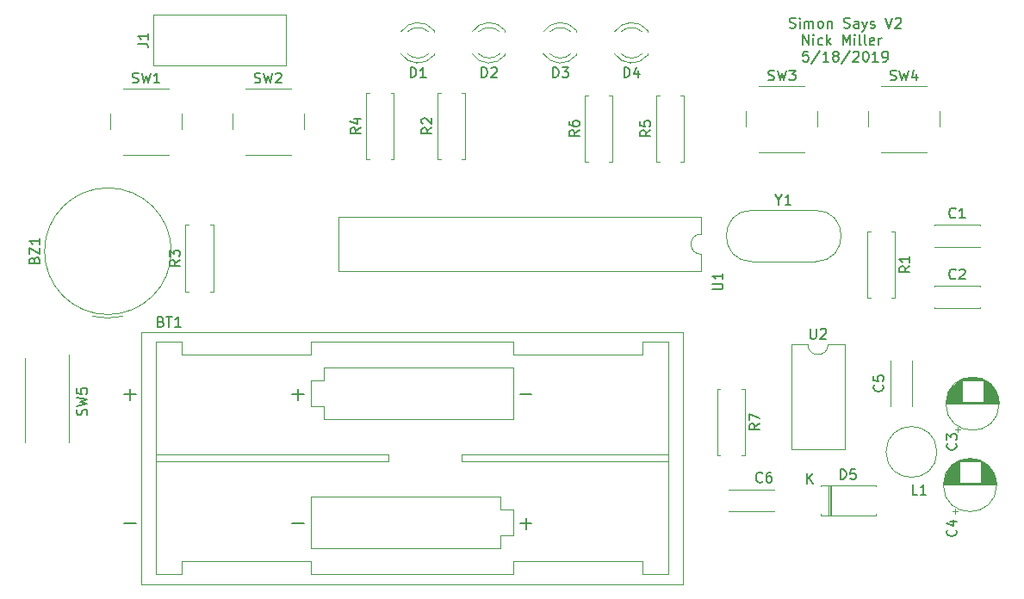
<source format=gto>
G04 #@! TF.GenerationSoftware,KiCad,Pcbnew,(5.1.2)-1*
G04 #@! TF.CreationDate,2019-05-18T22:17:39-04:00*
G04 #@! TF.ProjectId,Simon Says Game,53696d6f-6e20-4536-9179-732047616d65,rev?*
G04 #@! TF.SameCoordinates,Original*
G04 #@! TF.FileFunction,Legend,Top*
G04 #@! TF.FilePolarity,Positive*
%FSLAX46Y46*%
G04 Gerber Fmt 4.6, Leading zero omitted, Abs format (unit mm)*
G04 Created by KiCad (PCBNEW (5.1.2)-1) date 2019-05-18 22:17:39*
%MOMM*%
%LPD*%
G04 APERTURE LIST*
%ADD10C,0.150000*%
%ADD11C,0.120000*%
G04 APERTURE END LIST*
D10*
X156023809Y-52504761D02*
X156166666Y-52552380D01*
X156404761Y-52552380D01*
X156500000Y-52504761D01*
X156547619Y-52457142D01*
X156595238Y-52361904D01*
X156595238Y-52266666D01*
X156547619Y-52171428D01*
X156500000Y-52123809D01*
X156404761Y-52076190D01*
X156214285Y-52028571D01*
X156119047Y-51980952D01*
X156071428Y-51933333D01*
X156023809Y-51838095D01*
X156023809Y-51742857D01*
X156071428Y-51647619D01*
X156119047Y-51600000D01*
X156214285Y-51552380D01*
X156452380Y-51552380D01*
X156595238Y-51600000D01*
X157023809Y-52552380D02*
X157023809Y-51885714D01*
X157023809Y-51552380D02*
X156976190Y-51600000D01*
X157023809Y-51647619D01*
X157071428Y-51600000D01*
X157023809Y-51552380D01*
X157023809Y-51647619D01*
X157500000Y-52552380D02*
X157500000Y-51885714D01*
X157500000Y-51980952D02*
X157547619Y-51933333D01*
X157642857Y-51885714D01*
X157785714Y-51885714D01*
X157880952Y-51933333D01*
X157928571Y-52028571D01*
X157928571Y-52552380D01*
X157928571Y-52028571D02*
X157976190Y-51933333D01*
X158071428Y-51885714D01*
X158214285Y-51885714D01*
X158309523Y-51933333D01*
X158357142Y-52028571D01*
X158357142Y-52552380D01*
X158976190Y-52552380D02*
X158880952Y-52504761D01*
X158833333Y-52457142D01*
X158785714Y-52361904D01*
X158785714Y-52076190D01*
X158833333Y-51980952D01*
X158880952Y-51933333D01*
X158976190Y-51885714D01*
X159119047Y-51885714D01*
X159214285Y-51933333D01*
X159261904Y-51980952D01*
X159309523Y-52076190D01*
X159309523Y-52361904D01*
X159261904Y-52457142D01*
X159214285Y-52504761D01*
X159119047Y-52552380D01*
X158976190Y-52552380D01*
X159738095Y-51885714D02*
X159738095Y-52552380D01*
X159738095Y-51980952D02*
X159785714Y-51933333D01*
X159880952Y-51885714D01*
X160023809Y-51885714D01*
X160119047Y-51933333D01*
X160166666Y-52028571D01*
X160166666Y-52552380D01*
X161357142Y-52504761D02*
X161500000Y-52552380D01*
X161738095Y-52552380D01*
X161833333Y-52504761D01*
X161880952Y-52457142D01*
X161928571Y-52361904D01*
X161928571Y-52266666D01*
X161880952Y-52171428D01*
X161833333Y-52123809D01*
X161738095Y-52076190D01*
X161547619Y-52028571D01*
X161452380Y-51980952D01*
X161404761Y-51933333D01*
X161357142Y-51838095D01*
X161357142Y-51742857D01*
X161404761Y-51647619D01*
X161452380Y-51600000D01*
X161547619Y-51552380D01*
X161785714Y-51552380D01*
X161928571Y-51600000D01*
X162785714Y-52552380D02*
X162785714Y-52028571D01*
X162738095Y-51933333D01*
X162642857Y-51885714D01*
X162452380Y-51885714D01*
X162357142Y-51933333D01*
X162785714Y-52504761D02*
X162690476Y-52552380D01*
X162452380Y-52552380D01*
X162357142Y-52504761D01*
X162309523Y-52409523D01*
X162309523Y-52314285D01*
X162357142Y-52219047D01*
X162452380Y-52171428D01*
X162690476Y-52171428D01*
X162785714Y-52123809D01*
X163166666Y-51885714D02*
X163404761Y-52552380D01*
X163642857Y-51885714D02*
X163404761Y-52552380D01*
X163309523Y-52790476D01*
X163261904Y-52838095D01*
X163166666Y-52885714D01*
X163976190Y-52504761D02*
X164071428Y-52552380D01*
X164261904Y-52552380D01*
X164357142Y-52504761D01*
X164404761Y-52409523D01*
X164404761Y-52361904D01*
X164357142Y-52266666D01*
X164261904Y-52219047D01*
X164119047Y-52219047D01*
X164023809Y-52171428D01*
X163976190Y-52076190D01*
X163976190Y-52028571D01*
X164023809Y-51933333D01*
X164119047Y-51885714D01*
X164261904Y-51885714D01*
X164357142Y-51933333D01*
X165452380Y-51552380D02*
X165785714Y-52552380D01*
X166119047Y-51552380D01*
X166404761Y-51647619D02*
X166452380Y-51600000D01*
X166547619Y-51552380D01*
X166785714Y-51552380D01*
X166880952Y-51600000D01*
X166928571Y-51647619D01*
X166976190Y-51742857D01*
X166976190Y-51838095D01*
X166928571Y-51980952D01*
X166357142Y-52552380D01*
X166976190Y-52552380D01*
X157309523Y-54202380D02*
X157309523Y-53202380D01*
X157880952Y-54202380D01*
X157880952Y-53202380D01*
X158357142Y-54202380D02*
X158357142Y-53535714D01*
X158357142Y-53202380D02*
X158309523Y-53250000D01*
X158357142Y-53297619D01*
X158404761Y-53250000D01*
X158357142Y-53202380D01*
X158357142Y-53297619D01*
X159261904Y-54154761D02*
X159166666Y-54202380D01*
X158976190Y-54202380D01*
X158880952Y-54154761D01*
X158833333Y-54107142D01*
X158785714Y-54011904D01*
X158785714Y-53726190D01*
X158833333Y-53630952D01*
X158880952Y-53583333D01*
X158976190Y-53535714D01*
X159166666Y-53535714D01*
X159261904Y-53583333D01*
X159690476Y-54202380D02*
X159690476Y-53202380D01*
X159785714Y-53821428D02*
X160071428Y-54202380D01*
X160071428Y-53535714D02*
X159690476Y-53916666D01*
X161261904Y-54202380D02*
X161261904Y-53202380D01*
X161595238Y-53916666D01*
X161928571Y-53202380D01*
X161928571Y-54202380D01*
X162404761Y-54202380D02*
X162404761Y-53535714D01*
X162404761Y-53202380D02*
X162357142Y-53250000D01*
X162404761Y-53297619D01*
X162452380Y-53250000D01*
X162404761Y-53202380D01*
X162404761Y-53297619D01*
X163023809Y-54202380D02*
X162928571Y-54154761D01*
X162880952Y-54059523D01*
X162880952Y-53202380D01*
X163547619Y-54202380D02*
X163452380Y-54154761D01*
X163404761Y-54059523D01*
X163404761Y-53202380D01*
X164309523Y-54154761D02*
X164214285Y-54202380D01*
X164023809Y-54202380D01*
X163928571Y-54154761D01*
X163880952Y-54059523D01*
X163880952Y-53678571D01*
X163928571Y-53583333D01*
X164023809Y-53535714D01*
X164214285Y-53535714D01*
X164309523Y-53583333D01*
X164357142Y-53678571D01*
X164357142Y-53773809D01*
X163880952Y-53869047D01*
X164785714Y-54202380D02*
X164785714Y-53535714D01*
X164785714Y-53726190D02*
X164833333Y-53630952D01*
X164880952Y-53583333D01*
X164976190Y-53535714D01*
X165071428Y-53535714D01*
X157833333Y-54852380D02*
X157357142Y-54852380D01*
X157309523Y-55328571D01*
X157357142Y-55280952D01*
X157452380Y-55233333D01*
X157690476Y-55233333D01*
X157785714Y-55280952D01*
X157833333Y-55328571D01*
X157880952Y-55423809D01*
X157880952Y-55661904D01*
X157833333Y-55757142D01*
X157785714Y-55804761D01*
X157690476Y-55852380D01*
X157452380Y-55852380D01*
X157357142Y-55804761D01*
X157309523Y-55757142D01*
X159023809Y-54804761D02*
X158166666Y-56090476D01*
X159880952Y-55852380D02*
X159309523Y-55852380D01*
X159595238Y-55852380D02*
X159595238Y-54852380D01*
X159500000Y-54995238D01*
X159404761Y-55090476D01*
X159309523Y-55138095D01*
X160452380Y-55280952D02*
X160357142Y-55233333D01*
X160309523Y-55185714D01*
X160261904Y-55090476D01*
X160261904Y-55042857D01*
X160309523Y-54947619D01*
X160357142Y-54900000D01*
X160452380Y-54852380D01*
X160642857Y-54852380D01*
X160738095Y-54900000D01*
X160785714Y-54947619D01*
X160833333Y-55042857D01*
X160833333Y-55090476D01*
X160785714Y-55185714D01*
X160738095Y-55233333D01*
X160642857Y-55280952D01*
X160452380Y-55280952D01*
X160357142Y-55328571D01*
X160309523Y-55376190D01*
X160261904Y-55471428D01*
X160261904Y-55661904D01*
X160309523Y-55757142D01*
X160357142Y-55804761D01*
X160452380Y-55852380D01*
X160642857Y-55852380D01*
X160738095Y-55804761D01*
X160785714Y-55757142D01*
X160833333Y-55661904D01*
X160833333Y-55471428D01*
X160785714Y-55376190D01*
X160738095Y-55328571D01*
X160642857Y-55280952D01*
X161976190Y-54804761D02*
X161119047Y-56090476D01*
X162261904Y-54947619D02*
X162309523Y-54900000D01*
X162404761Y-54852380D01*
X162642857Y-54852380D01*
X162738095Y-54900000D01*
X162785714Y-54947619D01*
X162833333Y-55042857D01*
X162833333Y-55138095D01*
X162785714Y-55280952D01*
X162214285Y-55852380D01*
X162833333Y-55852380D01*
X163452380Y-54852380D02*
X163547619Y-54852380D01*
X163642857Y-54900000D01*
X163690476Y-54947619D01*
X163738095Y-55042857D01*
X163785714Y-55233333D01*
X163785714Y-55471428D01*
X163738095Y-55661904D01*
X163690476Y-55757142D01*
X163642857Y-55804761D01*
X163547619Y-55852380D01*
X163452380Y-55852380D01*
X163357142Y-55804761D01*
X163309523Y-55757142D01*
X163261904Y-55661904D01*
X163214285Y-55471428D01*
X163214285Y-55233333D01*
X163261904Y-55042857D01*
X163309523Y-54947619D01*
X163357142Y-54900000D01*
X163452380Y-54852380D01*
X164738095Y-55852380D02*
X164166666Y-55852380D01*
X164452380Y-55852380D02*
X164452380Y-54852380D01*
X164357142Y-54995238D01*
X164261904Y-55090476D01*
X164166666Y-55138095D01*
X165214285Y-55852380D02*
X165404761Y-55852380D01*
X165500000Y-55804761D01*
X165547619Y-55757142D01*
X165642857Y-55614285D01*
X165690476Y-55423809D01*
X165690476Y-55042857D01*
X165642857Y-54947619D01*
X165595238Y-54900000D01*
X165500000Y-54852380D01*
X165309523Y-54852380D01*
X165214285Y-54900000D01*
X165166666Y-54947619D01*
X165119047Y-55042857D01*
X165119047Y-55280952D01*
X165166666Y-55376190D01*
X165214285Y-55423809D01*
X165309523Y-55471428D01*
X165500000Y-55471428D01*
X165595238Y-55423809D01*
X165642857Y-55376190D01*
X165690476Y-55280952D01*
D11*
X106500000Y-56250000D02*
X93500000Y-56250000D01*
X106500000Y-51250000D02*
X106500000Y-56250000D01*
X93500000Y-51250000D02*
X106500000Y-51250000D01*
X93500000Y-56250000D02*
X93500000Y-51250000D01*
X141530000Y-106280000D02*
X141530000Y-105010000D01*
X144070000Y-106280000D02*
X141530000Y-106280000D01*
X144070000Y-83420000D02*
X144070000Y-106280000D01*
X141530000Y-83420000D02*
X141530000Y-84690000D01*
X144070000Y-83420000D02*
X141530000Y-83420000D01*
X96270000Y-105010000D02*
X108970000Y-105010000D01*
X96270000Y-106280000D02*
X96270000Y-105010000D01*
X93730000Y-106280000D02*
X96270000Y-106280000D01*
X93730000Y-83420000D02*
X93730000Y-106280000D01*
X96270000Y-83420000D02*
X93730000Y-83420000D01*
X96270000Y-84690000D02*
X96270000Y-83420000D01*
X96270000Y-84690000D02*
X108970000Y-84690000D01*
X141530000Y-105010000D02*
X128830000Y-105010000D01*
X108970000Y-83420000D02*
X108970000Y-84690000D01*
X128830000Y-83420000D02*
X108970000Y-83420000D01*
X128830000Y-84690000D02*
X128830000Y-83420000D01*
X141530000Y-84690000D02*
X128830000Y-84690000D01*
X128830000Y-106280000D02*
X128830000Y-105010000D01*
X108970000Y-106280000D02*
X128830000Y-106280000D01*
X108970000Y-105010000D02*
X108970000Y-106280000D01*
X123750000Y-95200000D02*
X144070000Y-95200000D01*
X123750000Y-94500000D02*
X123750000Y-95200000D01*
X144070000Y-94500000D02*
X123750000Y-94500000D01*
X116590000Y-95200000D02*
X93730000Y-95200000D01*
X116590000Y-94500000D02*
X116590000Y-95200000D01*
X93730000Y-94500000D02*
X116590000Y-94500000D01*
X128830000Y-85960000D02*
X128830000Y-91040000D01*
X110240000Y-85960000D02*
X128830000Y-85960000D01*
X110240000Y-87230000D02*
X110240000Y-85960000D01*
X108970000Y-87230000D02*
X110240000Y-87230000D01*
X108970000Y-89770000D02*
X108970000Y-87230000D01*
X110240000Y-89770000D02*
X108970000Y-89770000D01*
X110240000Y-91040000D02*
X110240000Y-89770000D01*
X128830000Y-91040000D02*
X110240000Y-91040000D01*
X127560000Y-103740000D02*
X108970000Y-103740000D01*
X127560000Y-102470000D02*
X127560000Y-103740000D01*
X128830000Y-102470000D02*
X127560000Y-102470000D01*
X128830000Y-99930000D02*
X128830000Y-102470000D01*
X127560000Y-99930000D02*
X128830000Y-99930000D01*
X127560000Y-98660000D02*
X127560000Y-99930000D01*
X108970000Y-98660000D02*
X127560000Y-98660000D01*
X108970000Y-103740000D02*
X108970000Y-98660000D01*
X145500000Y-82445000D02*
X92300000Y-82445000D01*
X92300000Y-82450000D02*
X92300000Y-107250000D01*
X92300000Y-107255000D02*
X145500000Y-107255000D01*
X145500000Y-107250000D02*
X145500000Y-82450000D01*
X170500000Y-94250000D02*
G75*
G03X170500000Y-94250000I-2500000J0D01*
G01*
X80850000Y-93300000D02*
X80850000Y-85000000D01*
X85150000Y-93300000D02*
X85150000Y-84700000D01*
X158565000Y-75525000D02*
G75*
G03X158565000Y-70475000I0J2525000D01*
G01*
X152315000Y-75525000D02*
G75*
G02X152315000Y-70475000I0J2525000D01*
G01*
X152315000Y-75525000D02*
X158565000Y-75525000D01*
X152315000Y-70475000D02*
X158565000Y-70475000D01*
X161460000Y-83670000D02*
X159810000Y-83670000D01*
X161460000Y-93950000D02*
X161460000Y-83670000D01*
X156160000Y-93950000D02*
X161460000Y-93950000D01*
X156160000Y-83670000D02*
X156160000Y-93950000D01*
X157810000Y-83670000D02*
X156160000Y-83670000D01*
X159810000Y-83670000D02*
G75*
G02X157810000Y-83670000I-1000000J0D01*
G01*
X147330000Y-76460000D02*
X147330000Y-74810000D01*
X111650000Y-76460000D02*
X147330000Y-76460000D01*
X111650000Y-71160000D02*
X111650000Y-76460000D01*
X147330000Y-71160000D02*
X111650000Y-71160000D01*
X147330000Y-72810000D02*
X147330000Y-71160000D01*
X147330000Y-74810000D02*
G75*
G02X147330000Y-72810000I0J1000000D01*
G01*
X170750000Y-62250000D02*
X170750000Y-60750000D01*
X169500000Y-58250000D02*
X165000000Y-58250000D01*
X163750000Y-60750000D02*
X163750000Y-62250000D01*
X165000000Y-64750000D02*
X169500000Y-64750000D01*
X158750000Y-62250000D02*
X158750000Y-60750000D01*
X157500000Y-58250000D02*
X153000000Y-58250000D01*
X151750000Y-60750000D02*
X151750000Y-62250000D01*
X153000000Y-64750000D02*
X157500000Y-64750000D01*
X102500000Y-65000000D02*
X107000000Y-65000000D01*
X101250000Y-61000000D02*
X101250000Y-62500000D01*
X107000000Y-58500000D02*
X102500000Y-58500000D01*
X108250000Y-62500000D02*
X108250000Y-61000000D01*
X90500000Y-65000000D02*
X95000000Y-65000000D01*
X89250000Y-61000000D02*
X89250000Y-62500000D01*
X95000000Y-58500000D02*
X90500000Y-58500000D01*
X96250000Y-62500000D02*
X96250000Y-61000000D01*
X148880000Y-94580000D02*
X149210000Y-94580000D01*
X148880000Y-88040000D02*
X148880000Y-94580000D01*
X149210000Y-88040000D02*
X148880000Y-88040000D01*
X151620000Y-94580000D02*
X151290000Y-94580000D01*
X151620000Y-88040000D02*
X151620000Y-94580000D01*
X151290000Y-88040000D02*
X151620000Y-88040000D01*
X136210000Y-65710000D02*
X135880000Y-65710000D01*
X135880000Y-65710000D02*
X135880000Y-59170000D01*
X135880000Y-59170000D02*
X136210000Y-59170000D01*
X138290000Y-65710000D02*
X138620000Y-65710000D01*
X138620000Y-65710000D02*
X138620000Y-59170000D01*
X138620000Y-59170000D02*
X138290000Y-59170000D01*
X145620000Y-59170000D02*
X145290000Y-59170000D01*
X145620000Y-65710000D02*
X145620000Y-59170000D01*
X145290000Y-65710000D02*
X145620000Y-65710000D01*
X142880000Y-59170000D02*
X143210000Y-59170000D01*
X142880000Y-65710000D02*
X142880000Y-59170000D01*
X143210000Y-65710000D02*
X142880000Y-65710000D01*
X114710000Y-65460000D02*
X114380000Y-65460000D01*
X114380000Y-65460000D02*
X114380000Y-58920000D01*
X114380000Y-58920000D02*
X114710000Y-58920000D01*
X116790000Y-65460000D02*
X117120000Y-65460000D01*
X117120000Y-65460000D02*
X117120000Y-58920000D01*
X117120000Y-58920000D02*
X116790000Y-58920000D01*
X99370000Y-71920000D02*
X99040000Y-71920000D01*
X99370000Y-78460000D02*
X99370000Y-71920000D01*
X99040000Y-78460000D02*
X99370000Y-78460000D01*
X96630000Y-71920000D02*
X96960000Y-71920000D01*
X96630000Y-78460000D02*
X96630000Y-71920000D01*
X96960000Y-78460000D02*
X96630000Y-78460000D01*
X121710000Y-65460000D02*
X121380000Y-65460000D01*
X121380000Y-65460000D02*
X121380000Y-58920000D01*
X121380000Y-58920000D02*
X121710000Y-58920000D01*
X123790000Y-65460000D02*
X124120000Y-65460000D01*
X124120000Y-65460000D02*
X124120000Y-58920000D01*
X124120000Y-58920000D02*
X123790000Y-58920000D01*
X163630000Y-79080000D02*
X163960000Y-79080000D01*
X163630000Y-72540000D02*
X163630000Y-79080000D01*
X163960000Y-72540000D02*
X163630000Y-72540000D01*
X166370000Y-79080000D02*
X166040000Y-79080000D01*
X166370000Y-72540000D02*
X166370000Y-79080000D01*
X166040000Y-72540000D02*
X166370000Y-72540000D01*
X159870000Y-97530000D02*
X159870000Y-100470000D01*
X160110000Y-97530000D02*
X160110000Y-100470000D01*
X159990000Y-97530000D02*
X159990000Y-100470000D01*
X164530000Y-100470000D02*
X164530000Y-100340000D01*
X159090000Y-100470000D02*
X164530000Y-100470000D01*
X159090000Y-100340000D02*
X159090000Y-100470000D01*
X164530000Y-97530000D02*
X164530000Y-97660000D01*
X159090000Y-97530000D02*
X164530000Y-97530000D01*
X159090000Y-97660000D02*
X159090000Y-97530000D01*
X142040000Y-52920000D02*
X142040000Y-52764000D01*
X142040000Y-55236000D02*
X142040000Y-55080000D01*
X139438870Y-52920163D02*
G75*
G02X141520961Y-52920000I1041130J-1079837D01*
G01*
X139438870Y-55079837D02*
G75*
G03X141520961Y-55080000I1041130J1079837D01*
G01*
X138807665Y-52921392D02*
G75*
G02X142040000Y-52764484I1672335J-1078608D01*
G01*
X138807665Y-55078608D02*
G75*
G03X142040000Y-55235516I1672335J1078608D01*
G01*
X135040000Y-52920000D02*
X135040000Y-52764000D01*
X135040000Y-55236000D02*
X135040000Y-55080000D01*
X132438870Y-52920163D02*
G75*
G02X134520961Y-52920000I1041130J-1079837D01*
G01*
X132438870Y-55079837D02*
G75*
G03X134520961Y-55080000I1041130J1079837D01*
G01*
X131807665Y-52921392D02*
G75*
G02X135040000Y-52764484I1672335J-1078608D01*
G01*
X131807665Y-55078608D02*
G75*
G03X135040000Y-55235516I1672335J1078608D01*
G01*
X128040000Y-52920000D02*
X128040000Y-52764000D01*
X128040000Y-55236000D02*
X128040000Y-55080000D01*
X125438870Y-52920163D02*
G75*
G02X127520961Y-52920000I1041130J-1079837D01*
G01*
X125438870Y-55079837D02*
G75*
G03X127520961Y-55080000I1041130J1079837D01*
G01*
X124807665Y-52921392D02*
G75*
G02X128040000Y-52764484I1672335J-1078608D01*
G01*
X124807665Y-55078608D02*
G75*
G03X128040000Y-55235516I1672335J1078608D01*
G01*
X121040000Y-52920000D02*
X121040000Y-52764000D01*
X121040000Y-55236000D02*
X121040000Y-55080000D01*
X118438870Y-52920163D02*
G75*
G02X120520961Y-52920000I1041130J-1079837D01*
G01*
X118438870Y-55079837D02*
G75*
G03X120520961Y-55080000I1041130J1079837D01*
G01*
X117807665Y-52921392D02*
G75*
G02X121040000Y-52764484I1672335J-1078608D01*
G01*
X117807665Y-55078608D02*
G75*
G03X121040000Y-55235516I1672335J1078608D01*
G01*
X154520000Y-100055000D02*
X154520000Y-100070000D01*
X154520000Y-97930000D02*
X154520000Y-97945000D01*
X149980000Y-100055000D02*
X149980000Y-100070000D01*
X149980000Y-97930000D02*
X149980000Y-97945000D01*
X149980000Y-100070000D02*
X154520000Y-100070000D01*
X149980000Y-97930000D02*
X154520000Y-97930000D01*
X168055000Y-85230000D02*
X168070000Y-85230000D01*
X165930000Y-85230000D02*
X165945000Y-85230000D01*
X168055000Y-89770000D02*
X168070000Y-89770000D01*
X165930000Y-89770000D02*
X165945000Y-89770000D01*
X168070000Y-89770000D02*
X168070000Y-85230000D01*
X165930000Y-89770000D02*
X165930000Y-85230000D01*
X172025000Y-100054775D02*
X172525000Y-100054775D01*
X172275000Y-100304775D02*
X172275000Y-99804775D01*
X173466000Y-94899000D02*
X174034000Y-94899000D01*
X173232000Y-94939000D02*
X174268000Y-94939000D01*
X173073000Y-94979000D02*
X174427000Y-94979000D01*
X172945000Y-95019000D02*
X174555000Y-95019000D01*
X172835000Y-95059000D02*
X174665000Y-95059000D01*
X172739000Y-95099000D02*
X174761000Y-95099000D01*
X172652000Y-95139000D02*
X174848000Y-95139000D01*
X172572000Y-95179000D02*
X174928000Y-95179000D01*
X174790000Y-95219000D02*
X175001000Y-95219000D01*
X172499000Y-95219000D02*
X172710000Y-95219000D01*
X174790000Y-95259000D02*
X175069000Y-95259000D01*
X172431000Y-95259000D02*
X172710000Y-95259000D01*
X174790000Y-95299000D02*
X175133000Y-95299000D01*
X172367000Y-95299000D02*
X172710000Y-95299000D01*
X174790000Y-95339000D02*
X175193000Y-95339000D01*
X172307000Y-95339000D02*
X172710000Y-95339000D01*
X174790000Y-95379000D02*
X175250000Y-95379000D01*
X172250000Y-95379000D02*
X172710000Y-95379000D01*
X174790000Y-95419000D02*
X175304000Y-95419000D01*
X172196000Y-95419000D02*
X172710000Y-95419000D01*
X174790000Y-95459000D02*
X175355000Y-95459000D01*
X172145000Y-95459000D02*
X172710000Y-95459000D01*
X174790000Y-95499000D02*
X175403000Y-95499000D01*
X172097000Y-95499000D02*
X172710000Y-95499000D01*
X174790000Y-95539000D02*
X175449000Y-95539000D01*
X172051000Y-95539000D02*
X172710000Y-95539000D01*
X174790000Y-95579000D02*
X175493000Y-95579000D01*
X172007000Y-95579000D02*
X172710000Y-95579000D01*
X174790000Y-95619000D02*
X175535000Y-95619000D01*
X171965000Y-95619000D02*
X172710000Y-95619000D01*
X174790000Y-95659000D02*
X175576000Y-95659000D01*
X171924000Y-95659000D02*
X172710000Y-95659000D01*
X174790000Y-95699000D02*
X175614000Y-95699000D01*
X171886000Y-95699000D02*
X172710000Y-95699000D01*
X174790000Y-95739000D02*
X175651000Y-95739000D01*
X171849000Y-95739000D02*
X172710000Y-95739000D01*
X174790000Y-95779000D02*
X175687000Y-95779000D01*
X171813000Y-95779000D02*
X172710000Y-95779000D01*
X174790000Y-95819000D02*
X175721000Y-95819000D01*
X171779000Y-95819000D02*
X172710000Y-95819000D01*
X174790000Y-95859000D02*
X175754000Y-95859000D01*
X171746000Y-95859000D02*
X172710000Y-95859000D01*
X174790000Y-95899000D02*
X175785000Y-95899000D01*
X171715000Y-95899000D02*
X172710000Y-95899000D01*
X174790000Y-95939000D02*
X175815000Y-95939000D01*
X171685000Y-95939000D02*
X172710000Y-95939000D01*
X174790000Y-95979000D02*
X175845000Y-95979000D01*
X171655000Y-95979000D02*
X172710000Y-95979000D01*
X174790000Y-96019000D02*
X175872000Y-96019000D01*
X171628000Y-96019000D02*
X172710000Y-96019000D01*
X174790000Y-96059000D02*
X175899000Y-96059000D01*
X171601000Y-96059000D02*
X172710000Y-96059000D01*
X174790000Y-96099000D02*
X175925000Y-96099000D01*
X171575000Y-96099000D02*
X172710000Y-96099000D01*
X174790000Y-96139000D02*
X175950000Y-96139000D01*
X171550000Y-96139000D02*
X172710000Y-96139000D01*
X174790000Y-96179000D02*
X175974000Y-96179000D01*
X171526000Y-96179000D02*
X172710000Y-96179000D01*
X174790000Y-96219000D02*
X175997000Y-96219000D01*
X171503000Y-96219000D02*
X172710000Y-96219000D01*
X174790000Y-96259000D02*
X176018000Y-96259000D01*
X171482000Y-96259000D02*
X172710000Y-96259000D01*
X174790000Y-96299000D02*
X176040000Y-96299000D01*
X171460000Y-96299000D02*
X172710000Y-96299000D01*
X174790000Y-96339000D02*
X176060000Y-96339000D01*
X171440000Y-96339000D02*
X172710000Y-96339000D01*
X174790000Y-96379000D02*
X176079000Y-96379000D01*
X171421000Y-96379000D02*
X172710000Y-96379000D01*
X174790000Y-96419000D02*
X176098000Y-96419000D01*
X171402000Y-96419000D02*
X172710000Y-96419000D01*
X174790000Y-96459000D02*
X176115000Y-96459000D01*
X171385000Y-96459000D02*
X172710000Y-96459000D01*
X174790000Y-96499000D02*
X176132000Y-96499000D01*
X171368000Y-96499000D02*
X172710000Y-96499000D01*
X174790000Y-96539000D02*
X176148000Y-96539000D01*
X171352000Y-96539000D02*
X172710000Y-96539000D01*
X174790000Y-96579000D02*
X176164000Y-96579000D01*
X171336000Y-96579000D02*
X172710000Y-96579000D01*
X174790000Y-96619000D02*
X176178000Y-96619000D01*
X171322000Y-96619000D02*
X172710000Y-96619000D01*
X174790000Y-96659000D02*
X176192000Y-96659000D01*
X171308000Y-96659000D02*
X172710000Y-96659000D01*
X174790000Y-96699000D02*
X176205000Y-96699000D01*
X171295000Y-96699000D02*
X172710000Y-96699000D01*
X174790000Y-96739000D02*
X176218000Y-96739000D01*
X171282000Y-96739000D02*
X172710000Y-96739000D01*
X174790000Y-96779000D02*
X176230000Y-96779000D01*
X171270000Y-96779000D02*
X172710000Y-96779000D01*
X174790000Y-96820000D02*
X176241000Y-96820000D01*
X171259000Y-96820000D02*
X172710000Y-96820000D01*
X174790000Y-96860000D02*
X176251000Y-96860000D01*
X171249000Y-96860000D02*
X172710000Y-96860000D01*
X174790000Y-96900000D02*
X176261000Y-96900000D01*
X171239000Y-96900000D02*
X172710000Y-96900000D01*
X174790000Y-96940000D02*
X176270000Y-96940000D01*
X171230000Y-96940000D02*
X172710000Y-96940000D01*
X174790000Y-96980000D02*
X176278000Y-96980000D01*
X171222000Y-96980000D02*
X172710000Y-96980000D01*
X174790000Y-97020000D02*
X176286000Y-97020000D01*
X171214000Y-97020000D02*
X172710000Y-97020000D01*
X174790000Y-97060000D02*
X176293000Y-97060000D01*
X171207000Y-97060000D02*
X172710000Y-97060000D01*
X174790000Y-97100000D02*
X176300000Y-97100000D01*
X171200000Y-97100000D02*
X172710000Y-97100000D01*
X174790000Y-97140000D02*
X176306000Y-97140000D01*
X171194000Y-97140000D02*
X172710000Y-97140000D01*
X174790000Y-97180000D02*
X176311000Y-97180000D01*
X171189000Y-97180000D02*
X172710000Y-97180000D01*
X174790000Y-97220000D02*
X176315000Y-97220000D01*
X171185000Y-97220000D02*
X172710000Y-97220000D01*
X174790000Y-97260000D02*
X176319000Y-97260000D01*
X171181000Y-97260000D02*
X172710000Y-97260000D01*
X171177000Y-97300000D02*
X176323000Y-97300000D01*
X171174000Y-97340000D02*
X176326000Y-97340000D01*
X171172000Y-97380000D02*
X176328000Y-97380000D01*
X171171000Y-97420000D02*
X176329000Y-97420000D01*
X171170000Y-97460000D02*
X176330000Y-97460000D01*
X171170000Y-97500000D02*
X176330000Y-97500000D01*
X176370000Y-97500000D02*
G75*
G03X176370000Y-97500000I-2620000J0D01*
G01*
X172275000Y-92054775D02*
X172775000Y-92054775D01*
X172525000Y-92304775D02*
X172525000Y-91804775D01*
X173716000Y-86899000D02*
X174284000Y-86899000D01*
X173482000Y-86939000D02*
X174518000Y-86939000D01*
X173323000Y-86979000D02*
X174677000Y-86979000D01*
X173195000Y-87019000D02*
X174805000Y-87019000D01*
X173085000Y-87059000D02*
X174915000Y-87059000D01*
X172989000Y-87099000D02*
X175011000Y-87099000D01*
X172902000Y-87139000D02*
X175098000Y-87139000D01*
X172822000Y-87179000D02*
X175178000Y-87179000D01*
X175040000Y-87219000D02*
X175251000Y-87219000D01*
X172749000Y-87219000D02*
X172960000Y-87219000D01*
X175040000Y-87259000D02*
X175319000Y-87259000D01*
X172681000Y-87259000D02*
X172960000Y-87259000D01*
X175040000Y-87299000D02*
X175383000Y-87299000D01*
X172617000Y-87299000D02*
X172960000Y-87299000D01*
X175040000Y-87339000D02*
X175443000Y-87339000D01*
X172557000Y-87339000D02*
X172960000Y-87339000D01*
X175040000Y-87379000D02*
X175500000Y-87379000D01*
X172500000Y-87379000D02*
X172960000Y-87379000D01*
X175040000Y-87419000D02*
X175554000Y-87419000D01*
X172446000Y-87419000D02*
X172960000Y-87419000D01*
X175040000Y-87459000D02*
X175605000Y-87459000D01*
X172395000Y-87459000D02*
X172960000Y-87459000D01*
X175040000Y-87499000D02*
X175653000Y-87499000D01*
X172347000Y-87499000D02*
X172960000Y-87499000D01*
X175040000Y-87539000D02*
X175699000Y-87539000D01*
X172301000Y-87539000D02*
X172960000Y-87539000D01*
X175040000Y-87579000D02*
X175743000Y-87579000D01*
X172257000Y-87579000D02*
X172960000Y-87579000D01*
X175040000Y-87619000D02*
X175785000Y-87619000D01*
X172215000Y-87619000D02*
X172960000Y-87619000D01*
X175040000Y-87659000D02*
X175826000Y-87659000D01*
X172174000Y-87659000D02*
X172960000Y-87659000D01*
X175040000Y-87699000D02*
X175864000Y-87699000D01*
X172136000Y-87699000D02*
X172960000Y-87699000D01*
X175040000Y-87739000D02*
X175901000Y-87739000D01*
X172099000Y-87739000D02*
X172960000Y-87739000D01*
X175040000Y-87779000D02*
X175937000Y-87779000D01*
X172063000Y-87779000D02*
X172960000Y-87779000D01*
X175040000Y-87819000D02*
X175971000Y-87819000D01*
X172029000Y-87819000D02*
X172960000Y-87819000D01*
X175040000Y-87859000D02*
X176004000Y-87859000D01*
X171996000Y-87859000D02*
X172960000Y-87859000D01*
X175040000Y-87899000D02*
X176035000Y-87899000D01*
X171965000Y-87899000D02*
X172960000Y-87899000D01*
X175040000Y-87939000D02*
X176065000Y-87939000D01*
X171935000Y-87939000D02*
X172960000Y-87939000D01*
X175040000Y-87979000D02*
X176095000Y-87979000D01*
X171905000Y-87979000D02*
X172960000Y-87979000D01*
X175040000Y-88019000D02*
X176122000Y-88019000D01*
X171878000Y-88019000D02*
X172960000Y-88019000D01*
X175040000Y-88059000D02*
X176149000Y-88059000D01*
X171851000Y-88059000D02*
X172960000Y-88059000D01*
X175040000Y-88099000D02*
X176175000Y-88099000D01*
X171825000Y-88099000D02*
X172960000Y-88099000D01*
X175040000Y-88139000D02*
X176200000Y-88139000D01*
X171800000Y-88139000D02*
X172960000Y-88139000D01*
X175040000Y-88179000D02*
X176224000Y-88179000D01*
X171776000Y-88179000D02*
X172960000Y-88179000D01*
X175040000Y-88219000D02*
X176247000Y-88219000D01*
X171753000Y-88219000D02*
X172960000Y-88219000D01*
X175040000Y-88259000D02*
X176268000Y-88259000D01*
X171732000Y-88259000D02*
X172960000Y-88259000D01*
X175040000Y-88299000D02*
X176290000Y-88299000D01*
X171710000Y-88299000D02*
X172960000Y-88299000D01*
X175040000Y-88339000D02*
X176310000Y-88339000D01*
X171690000Y-88339000D02*
X172960000Y-88339000D01*
X175040000Y-88379000D02*
X176329000Y-88379000D01*
X171671000Y-88379000D02*
X172960000Y-88379000D01*
X175040000Y-88419000D02*
X176348000Y-88419000D01*
X171652000Y-88419000D02*
X172960000Y-88419000D01*
X175040000Y-88459000D02*
X176365000Y-88459000D01*
X171635000Y-88459000D02*
X172960000Y-88459000D01*
X175040000Y-88499000D02*
X176382000Y-88499000D01*
X171618000Y-88499000D02*
X172960000Y-88499000D01*
X175040000Y-88539000D02*
X176398000Y-88539000D01*
X171602000Y-88539000D02*
X172960000Y-88539000D01*
X175040000Y-88579000D02*
X176414000Y-88579000D01*
X171586000Y-88579000D02*
X172960000Y-88579000D01*
X175040000Y-88619000D02*
X176428000Y-88619000D01*
X171572000Y-88619000D02*
X172960000Y-88619000D01*
X175040000Y-88659000D02*
X176442000Y-88659000D01*
X171558000Y-88659000D02*
X172960000Y-88659000D01*
X175040000Y-88699000D02*
X176455000Y-88699000D01*
X171545000Y-88699000D02*
X172960000Y-88699000D01*
X175040000Y-88739000D02*
X176468000Y-88739000D01*
X171532000Y-88739000D02*
X172960000Y-88739000D01*
X175040000Y-88779000D02*
X176480000Y-88779000D01*
X171520000Y-88779000D02*
X172960000Y-88779000D01*
X175040000Y-88820000D02*
X176491000Y-88820000D01*
X171509000Y-88820000D02*
X172960000Y-88820000D01*
X175040000Y-88860000D02*
X176501000Y-88860000D01*
X171499000Y-88860000D02*
X172960000Y-88860000D01*
X175040000Y-88900000D02*
X176511000Y-88900000D01*
X171489000Y-88900000D02*
X172960000Y-88900000D01*
X175040000Y-88940000D02*
X176520000Y-88940000D01*
X171480000Y-88940000D02*
X172960000Y-88940000D01*
X175040000Y-88980000D02*
X176528000Y-88980000D01*
X171472000Y-88980000D02*
X172960000Y-88980000D01*
X175040000Y-89020000D02*
X176536000Y-89020000D01*
X171464000Y-89020000D02*
X172960000Y-89020000D01*
X175040000Y-89060000D02*
X176543000Y-89060000D01*
X171457000Y-89060000D02*
X172960000Y-89060000D01*
X175040000Y-89100000D02*
X176550000Y-89100000D01*
X171450000Y-89100000D02*
X172960000Y-89100000D01*
X175040000Y-89140000D02*
X176556000Y-89140000D01*
X171444000Y-89140000D02*
X172960000Y-89140000D01*
X175040000Y-89180000D02*
X176561000Y-89180000D01*
X171439000Y-89180000D02*
X172960000Y-89180000D01*
X175040000Y-89220000D02*
X176565000Y-89220000D01*
X171435000Y-89220000D02*
X172960000Y-89220000D01*
X175040000Y-89260000D02*
X176569000Y-89260000D01*
X171431000Y-89260000D02*
X172960000Y-89260000D01*
X171427000Y-89300000D02*
X176573000Y-89300000D01*
X171424000Y-89340000D02*
X176576000Y-89340000D01*
X171422000Y-89380000D02*
X176578000Y-89380000D01*
X171421000Y-89420000D02*
X176579000Y-89420000D01*
X171420000Y-89460000D02*
X176580000Y-89460000D01*
X171420000Y-89500000D02*
X176580000Y-89500000D01*
X176620000Y-89500000D02*
G75*
G03X176620000Y-89500000I-2620000J0D01*
G01*
X174770000Y-80055000D02*
X174770000Y-80070000D01*
X174770000Y-77930000D02*
X174770000Y-77945000D01*
X170230000Y-80055000D02*
X170230000Y-80070000D01*
X170230000Y-77930000D02*
X170230000Y-77945000D01*
X170230000Y-80070000D02*
X174770000Y-80070000D01*
X170230000Y-77930000D02*
X174770000Y-77930000D01*
X174770000Y-74055000D02*
X174770000Y-74070000D01*
X174770000Y-71930000D02*
X174770000Y-71945000D01*
X170230000Y-74055000D02*
X170230000Y-74070000D01*
X170230000Y-71930000D02*
X170230000Y-71945000D01*
X170230000Y-74070000D02*
X174770000Y-74070000D01*
X170230000Y-71930000D02*
X174770000Y-71930000D01*
X90499999Y-80900000D02*
G75*
G02X87500000Y-80900000I-1499999J6400000D01*
G01*
X95230000Y-74500000D02*
G75*
G03X95230000Y-74500000I-6230000J0D01*
G01*
D10*
X91952380Y-54083333D02*
X92666666Y-54083333D01*
X92809523Y-54130952D01*
X92904761Y-54226190D01*
X92952380Y-54369047D01*
X92952380Y-54464285D01*
X92952380Y-53083333D02*
X92952380Y-53654761D01*
X92952380Y-53369047D02*
X91952380Y-53369047D01*
X92095238Y-53464285D01*
X92190476Y-53559523D01*
X92238095Y-53654761D01*
X94214285Y-81428571D02*
X94357142Y-81476190D01*
X94404761Y-81523809D01*
X94452380Y-81619047D01*
X94452380Y-81761904D01*
X94404761Y-81857142D01*
X94357142Y-81904761D01*
X94261904Y-81952380D01*
X93880952Y-81952380D01*
X93880952Y-80952380D01*
X94214285Y-80952380D01*
X94309523Y-81000000D01*
X94357142Y-81047619D01*
X94404761Y-81142857D01*
X94404761Y-81238095D01*
X94357142Y-81333333D01*
X94309523Y-81380952D01*
X94214285Y-81428571D01*
X93880952Y-81428571D01*
X94738095Y-80952380D02*
X95309523Y-80952380D01*
X95023809Y-81952380D02*
X95023809Y-80952380D01*
X96166666Y-81952380D02*
X95595238Y-81952380D01*
X95880952Y-81952380D02*
X95880952Y-80952380D01*
X95785714Y-81095238D01*
X95690476Y-81190476D01*
X95595238Y-81238095D01*
X129528571Y-101307142D02*
X130671428Y-101307142D01*
X130100000Y-101878571D02*
X130100000Y-100735714D01*
X107128571Y-101307142D02*
X108271428Y-101307142D01*
X129528571Y-88607142D02*
X130671428Y-88607142D01*
X107128571Y-88607142D02*
X108271428Y-88607142D01*
X107700000Y-89178571D02*
X107700000Y-88035714D01*
X90618571Y-101307142D02*
X91761428Y-101307142D01*
X90618571Y-88607142D02*
X91761428Y-88607142D01*
X91190000Y-89178571D02*
X91190000Y-88035714D01*
X168583333Y-98452380D02*
X168107142Y-98452380D01*
X168107142Y-97452380D01*
X169440476Y-98452380D02*
X168869047Y-98452380D01*
X169154761Y-98452380D02*
X169154761Y-97452380D01*
X169059523Y-97595238D01*
X168964285Y-97690476D01*
X168869047Y-97738095D01*
X86904761Y-90633333D02*
X86952380Y-90490476D01*
X86952380Y-90252380D01*
X86904761Y-90157142D01*
X86857142Y-90109523D01*
X86761904Y-90061904D01*
X86666666Y-90061904D01*
X86571428Y-90109523D01*
X86523809Y-90157142D01*
X86476190Y-90252380D01*
X86428571Y-90442857D01*
X86380952Y-90538095D01*
X86333333Y-90585714D01*
X86238095Y-90633333D01*
X86142857Y-90633333D01*
X86047619Y-90585714D01*
X86000000Y-90538095D01*
X85952380Y-90442857D01*
X85952380Y-90204761D01*
X86000000Y-90061904D01*
X85952380Y-89728571D02*
X86952380Y-89490476D01*
X86238095Y-89300000D01*
X86952380Y-89109523D01*
X85952380Y-88871428D01*
X85952380Y-88014285D02*
X85952380Y-88490476D01*
X86428571Y-88538095D01*
X86380952Y-88490476D01*
X86333333Y-88395238D01*
X86333333Y-88157142D01*
X86380952Y-88061904D01*
X86428571Y-88014285D01*
X86523809Y-87966666D01*
X86761904Y-87966666D01*
X86857142Y-88014285D01*
X86904761Y-88061904D01*
X86952380Y-88157142D01*
X86952380Y-88395238D01*
X86904761Y-88490476D01*
X86857142Y-88538095D01*
X154963809Y-69451190D02*
X154963809Y-69927380D01*
X154630476Y-68927380D02*
X154963809Y-69451190D01*
X155297142Y-68927380D01*
X156154285Y-69927380D02*
X155582857Y-69927380D01*
X155868571Y-69927380D02*
X155868571Y-68927380D01*
X155773333Y-69070238D01*
X155678095Y-69165476D01*
X155582857Y-69213095D01*
X158048095Y-82122380D02*
X158048095Y-82931904D01*
X158095714Y-83027142D01*
X158143333Y-83074761D01*
X158238571Y-83122380D01*
X158429047Y-83122380D01*
X158524285Y-83074761D01*
X158571904Y-83027142D01*
X158619523Y-82931904D01*
X158619523Y-82122380D01*
X159048095Y-82217619D02*
X159095714Y-82170000D01*
X159190952Y-82122380D01*
X159429047Y-82122380D01*
X159524285Y-82170000D01*
X159571904Y-82217619D01*
X159619523Y-82312857D01*
X159619523Y-82408095D01*
X159571904Y-82550952D01*
X159000476Y-83122380D01*
X159619523Y-83122380D01*
X148452380Y-78261904D02*
X149261904Y-78261904D01*
X149357142Y-78214285D01*
X149404761Y-78166666D01*
X149452380Y-78071428D01*
X149452380Y-77880952D01*
X149404761Y-77785714D01*
X149357142Y-77738095D01*
X149261904Y-77690476D01*
X148452380Y-77690476D01*
X149452380Y-76690476D02*
X149452380Y-77261904D01*
X149452380Y-76976190D02*
X148452380Y-76976190D01*
X148595238Y-77071428D01*
X148690476Y-77166666D01*
X148738095Y-77261904D01*
X165916666Y-57654761D02*
X166059523Y-57702380D01*
X166297619Y-57702380D01*
X166392857Y-57654761D01*
X166440476Y-57607142D01*
X166488095Y-57511904D01*
X166488095Y-57416666D01*
X166440476Y-57321428D01*
X166392857Y-57273809D01*
X166297619Y-57226190D01*
X166107142Y-57178571D01*
X166011904Y-57130952D01*
X165964285Y-57083333D01*
X165916666Y-56988095D01*
X165916666Y-56892857D01*
X165964285Y-56797619D01*
X166011904Y-56750000D01*
X166107142Y-56702380D01*
X166345238Y-56702380D01*
X166488095Y-56750000D01*
X166821428Y-56702380D02*
X167059523Y-57702380D01*
X167250000Y-56988095D01*
X167440476Y-57702380D01*
X167678571Y-56702380D01*
X168488095Y-57035714D02*
X168488095Y-57702380D01*
X168250000Y-56654761D02*
X168011904Y-57369047D01*
X168630952Y-57369047D01*
X153916666Y-57654761D02*
X154059523Y-57702380D01*
X154297619Y-57702380D01*
X154392857Y-57654761D01*
X154440476Y-57607142D01*
X154488095Y-57511904D01*
X154488095Y-57416666D01*
X154440476Y-57321428D01*
X154392857Y-57273809D01*
X154297619Y-57226190D01*
X154107142Y-57178571D01*
X154011904Y-57130952D01*
X153964285Y-57083333D01*
X153916666Y-56988095D01*
X153916666Y-56892857D01*
X153964285Y-56797619D01*
X154011904Y-56750000D01*
X154107142Y-56702380D01*
X154345238Y-56702380D01*
X154488095Y-56750000D01*
X154821428Y-56702380D02*
X155059523Y-57702380D01*
X155250000Y-56988095D01*
X155440476Y-57702380D01*
X155678571Y-56702380D01*
X155964285Y-56702380D02*
X156583333Y-56702380D01*
X156250000Y-57083333D01*
X156392857Y-57083333D01*
X156488095Y-57130952D01*
X156535714Y-57178571D01*
X156583333Y-57273809D01*
X156583333Y-57511904D01*
X156535714Y-57607142D01*
X156488095Y-57654761D01*
X156392857Y-57702380D01*
X156107142Y-57702380D01*
X156011904Y-57654761D01*
X155964285Y-57607142D01*
X103416666Y-57904761D02*
X103559523Y-57952380D01*
X103797619Y-57952380D01*
X103892857Y-57904761D01*
X103940476Y-57857142D01*
X103988095Y-57761904D01*
X103988095Y-57666666D01*
X103940476Y-57571428D01*
X103892857Y-57523809D01*
X103797619Y-57476190D01*
X103607142Y-57428571D01*
X103511904Y-57380952D01*
X103464285Y-57333333D01*
X103416666Y-57238095D01*
X103416666Y-57142857D01*
X103464285Y-57047619D01*
X103511904Y-57000000D01*
X103607142Y-56952380D01*
X103845238Y-56952380D01*
X103988095Y-57000000D01*
X104321428Y-56952380D02*
X104559523Y-57952380D01*
X104750000Y-57238095D01*
X104940476Y-57952380D01*
X105178571Y-56952380D01*
X105511904Y-57047619D02*
X105559523Y-57000000D01*
X105654761Y-56952380D01*
X105892857Y-56952380D01*
X105988095Y-57000000D01*
X106035714Y-57047619D01*
X106083333Y-57142857D01*
X106083333Y-57238095D01*
X106035714Y-57380952D01*
X105464285Y-57952380D01*
X106083333Y-57952380D01*
X91416666Y-57904761D02*
X91559523Y-57952380D01*
X91797619Y-57952380D01*
X91892857Y-57904761D01*
X91940476Y-57857142D01*
X91988095Y-57761904D01*
X91988095Y-57666666D01*
X91940476Y-57571428D01*
X91892857Y-57523809D01*
X91797619Y-57476190D01*
X91607142Y-57428571D01*
X91511904Y-57380952D01*
X91464285Y-57333333D01*
X91416666Y-57238095D01*
X91416666Y-57142857D01*
X91464285Y-57047619D01*
X91511904Y-57000000D01*
X91607142Y-56952380D01*
X91845238Y-56952380D01*
X91988095Y-57000000D01*
X92321428Y-56952380D02*
X92559523Y-57952380D01*
X92750000Y-57238095D01*
X92940476Y-57952380D01*
X93178571Y-56952380D01*
X94083333Y-57952380D02*
X93511904Y-57952380D01*
X93797619Y-57952380D02*
X93797619Y-56952380D01*
X93702380Y-57095238D01*
X93607142Y-57190476D01*
X93511904Y-57238095D01*
X153072380Y-91476666D02*
X152596190Y-91810000D01*
X153072380Y-92048095D02*
X152072380Y-92048095D01*
X152072380Y-91667142D01*
X152120000Y-91571904D01*
X152167619Y-91524285D01*
X152262857Y-91476666D01*
X152405714Y-91476666D01*
X152500952Y-91524285D01*
X152548571Y-91571904D01*
X152596190Y-91667142D01*
X152596190Y-92048095D01*
X152072380Y-91143333D02*
X152072380Y-90476666D01*
X153072380Y-90905238D01*
X135332380Y-62606666D02*
X134856190Y-62940000D01*
X135332380Y-63178095D02*
X134332380Y-63178095D01*
X134332380Y-62797142D01*
X134380000Y-62701904D01*
X134427619Y-62654285D01*
X134522857Y-62606666D01*
X134665714Y-62606666D01*
X134760952Y-62654285D01*
X134808571Y-62701904D01*
X134856190Y-62797142D01*
X134856190Y-63178095D01*
X134332380Y-61749523D02*
X134332380Y-61940000D01*
X134380000Y-62035238D01*
X134427619Y-62082857D01*
X134570476Y-62178095D01*
X134760952Y-62225714D01*
X135141904Y-62225714D01*
X135237142Y-62178095D01*
X135284761Y-62130476D01*
X135332380Y-62035238D01*
X135332380Y-61844761D01*
X135284761Y-61749523D01*
X135237142Y-61701904D01*
X135141904Y-61654285D01*
X134903809Y-61654285D01*
X134808571Y-61701904D01*
X134760952Y-61749523D01*
X134713333Y-61844761D01*
X134713333Y-62035238D01*
X134760952Y-62130476D01*
X134808571Y-62178095D01*
X134903809Y-62225714D01*
X142332380Y-62606666D02*
X141856190Y-62940000D01*
X142332380Y-63178095D02*
X141332380Y-63178095D01*
X141332380Y-62797142D01*
X141380000Y-62701904D01*
X141427619Y-62654285D01*
X141522857Y-62606666D01*
X141665714Y-62606666D01*
X141760952Y-62654285D01*
X141808571Y-62701904D01*
X141856190Y-62797142D01*
X141856190Y-63178095D01*
X141332380Y-61701904D02*
X141332380Y-62178095D01*
X141808571Y-62225714D01*
X141760952Y-62178095D01*
X141713333Y-62082857D01*
X141713333Y-61844761D01*
X141760952Y-61749523D01*
X141808571Y-61701904D01*
X141903809Y-61654285D01*
X142141904Y-61654285D01*
X142237142Y-61701904D01*
X142284761Y-61749523D01*
X142332380Y-61844761D01*
X142332380Y-62082857D01*
X142284761Y-62178095D01*
X142237142Y-62225714D01*
X113832380Y-62356666D02*
X113356190Y-62690000D01*
X113832380Y-62928095D02*
X112832380Y-62928095D01*
X112832380Y-62547142D01*
X112880000Y-62451904D01*
X112927619Y-62404285D01*
X113022857Y-62356666D01*
X113165714Y-62356666D01*
X113260952Y-62404285D01*
X113308571Y-62451904D01*
X113356190Y-62547142D01*
X113356190Y-62928095D01*
X113165714Y-61499523D02*
X113832380Y-61499523D01*
X112784761Y-61737619D02*
X113499047Y-61975714D01*
X113499047Y-61356666D01*
X96082380Y-75356666D02*
X95606190Y-75690000D01*
X96082380Y-75928095D02*
X95082380Y-75928095D01*
X95082380Y-75547142D01*
X95130000Y-75451904D01*
X95177619Y-75404285D01*
X95272857Y-75356666D01*
X95415714Y-75356666D01*
X95510952Y-75404285D01*
X95558571Y-75451904D01*
X95606190Y-75547142D01*
X95606190Y-75928095D01*
X95082380Y-75023333D02*
X95082380Y-74404285D01*
X95463333Y-74737619D01*
X95463333Y-74594761D01*
X95510952Y-74499523D01*
X95558571Y-74451904D01*
X95653809Y-74404285D01*
X95891904Y-74404285D01*
X95987142Y-74451904D01*
X96034761Y-74499523D01*
X96082380Y-74594761D01*
X96082380Y-74880476D01*
X96034761Y-74975714D01*
X95987142Y-75023333D01*
X120832380Y-62356666D02*
X120356190Y-62690000D01*
X120832380Y-62928095D02*
X119832380Y-62928095D01*
X119832380Y-62547142D01*
X119880000Y-62451904D01*
X119927619Y-62404285D01*
X120022857Y-62356666D01*
X120165714Y-62356666D01*
X120260952Y-62404285D01*
X120308571Y-62451904D01*
X120356190Y-62547142D01*
X120356190Y-62928095D01*
X119927619Y-61975714D02*
X119880000Y-61928095D01*
X119832380Y-61832857D01*
X119832380Y-61594761D01*
X119880000Y-61499523D01*
X119927619Y-61451904D01*
X120022857Y-61404285D01*
X120118095Y-61404285D01*
X120260952Y-61451904D01*
X120832380Y-62023333D01*
X120832380Y-61404285D01*
X167822380Y-75976666D02*
X167346190Y-76310000D01*
X167822380Y-76548095D02*
X166822380Y-76548095D01*
X166822380Y-76167142D01*
X166870000Y-76071904D01*
X166917619Y-76024285D01*
X167012857Y-75976666D01*
X167155714Y-75976666D01*
X167250952Y-76024285D01*
X167298571Y-76071904D01*
X167346190Y-76167142D01*
X167346190Y-76548095D01*
X167822380Y-75024285D02*
X167822380Y-75595714D01*
X167822380Y-75310000D02*
X166822380Y-75310000D01*
X166965238Y-75405238D01*
X167060476Y-75500476D01*
X167108095Y-75595714D01*
X161011904Y-96952380D02*
X161011904Y-95952380D01*
X161250000Y-95952380D01*
X161392857Y-96000000D01*
X161488095Y-96095238D01*
X161535714Y-96190476D01*
X161583333Y-96380952D01*
X161583333Y-96523809D01*
X161535714Y-96714285D01*
X161488095Y-96809523D01*
X161392857Y-96904761D01*
X161250000Y-96952380D01*
X161011904Y-96952380D01*
X162488095Y-95952380D02*
X162011904Y-95952380D01*
X161964285Y-96428571D01*
X162011904Y-96380952D01*
X162107142Y-96333333D01*
X162345238Y-96333333D01*
X162440476Y-96380952D01*
X162488095Y-96428571D01*
X162535714Y-96523809D01*
X162535714Y-96761904D01*
X162488095Y-96857142D01*
X162440476Y-96904761D01*
X162345238Y-96952380D01*
X162107142Y-96952380D01*
X162011904Y-96904761D01*
X161964285Y-96857142D01*
X157738095Y-97352380D02*
X157738095Y-96352380D01*
X158309523Y-97352380D02*
X157880952Y-96780952D01*
X158309523Y-96352380D02*
X157738095Y-96923809D01*
X139741904Y-57412380D02*
X139741904Y-56412380D01*
X139980000Y-56412380D01*
X140122857Y-56460000D01*
X140218095Y-56555238D01*
X140265714Y-56650476D01*
X140313333Y-56840952D01*
X140313333Y-56983809D01*
X140265714Y-57174285D01*
X140218095Y-57269523D01*
X140122857Y-57364761D01*
X139980000Y-57412380D01*
X139741904Y-57412380D01*
X141170476Y-56745714D02*
X141170476Y-57412380D01*
X140932380Y-56364761D02*
X140694285Y-57079047D01*
X141313333Y-57079047D01*
X132741904Y-57412380D02*
X132741904Y-56412380D01*
X132980000Y-56412380D01*
X133122857Y-56460000D01*
X133218095Y-56555238D01*
X133265714Y-56650476D01*
X133313333Y-56840952D01*
X133313333Y-56983809D01*
X133265714Y-57174285D01*
X133218095Y-57269523D01*
X133122857Y-57364761D01*
X132980000Y-57412380D01*
X132741904Y-57412380D01*
X133646666Y-56412380D02*
X134265714Y-56412380D01*
X133932380Y-56793333D01*
X134075238Y-56793333D01*
X134170476Y-56840952D01*
X134218095Y-56888571D01*
X134265714Y-56983809D01*
X134265714Y-57221904D01*
X134218095Y-57317142D01*
X134170476Y-57364761D01*
X134075238Y-57412380D01*
X133789523Y-57412380D01*
X133694285Y-57364761D01*
X133646666Y-57317142D01*
X125741904Y-57412380D02*
X125741904Y-56412380D01*
X125980000Y-56412380D01*
X126122857Y-56460000D01*
X126218095Y-56555238D01*
X126265714Y-56650476D01*
X126313333Y-56840952D01*
X126313333Y-56983809D01*
X126265714Y-57174285D01*
X126218095Y-57269523D01*
X126122857Y-57364761D01*
X125980000Y-57412380D01*
X125741904Y-57412380D01*
X126694285Y-56507619D02*
X126741904Y-56460000D01*
X126837142Y-56412380D01*
X127075238Y-56412380D01*
X127170476Y-56460000D01*
X127218095Y-56507619D01*
X127265714Y-56602857D01*
X127265714Y-56698095D01*
X127218095Y-56840952D01*
X126646666Y-57412380D01*
X127265714Y-57412380D01*
X118741904Y-57412380D02*
X118741904Y-56412380D01*
X118980000Y-56412380D01*
X119122857Y-56460000D01*
X119218095Y-56555238D01*
X119265714Y-56650476D01*
X119313333Y-56840952D01*
X119313333Y-56983809D01*
X119265714Y-57174285D01*
X119218095Y-57269523D01*
X119122857Y-57364761D01*
X118980000Y-57412380D01*
X118741904Y-57412380D01*
X120265714Y-57412380D02*
X119694285Y-57412380D01*
X119980000Y-57412380D02*
X119980000Y-56412380D01*
X119884761Y-56555238D01*
X119789523Y-56650476D01*
X119694285Y-56698095D01*
X153333333Y-97157142D02*
X153285714Y-97204761D01*
X153142857Y-97252380D01*
X153047619Y-97252380D01*
X152904761Y-97204761D01*
X152809523Y-97109523D01*
X152761904Y-97014285D01*
X152714285Y-96823809D01*
X152714285Y-96680952D01*
X152761904Y-96490476D01*
X152809523Y-96395238D01*
X152904761Y-96300000D01*
X153047619Y-96252380D01*
X153142857Y-96252380D01*
X153285714Y-96300000D01*
X153333333Y-96347619D01*
X154190476Y-96252380D02*
X154000000Y-96252380D01*
X153904761Y-96300000D01*
X153857142Y-96347619D01*
X153761904Y-96490476D01*
X153714285Y-96680952D01*
X153714285Y-97061904D01*
X153761904Y-97157142D01*
X153809523Y-97204761D01*
X153904761Y-97252380D01*
X154095238Y-97252380D01*
X154190476Y-97204761D01*
X154238095Y-97157142D01*
X154285714Y-97061904D01*
X154285714Y-96823809D01*
X154238095Y-96728571D01*
X154190476Y-96680952D01*
X154095238Y-96633333D01*
X153904761Y-96633333D01*
X153809523Y-96680952D01*
X153761904Y-96728571D01*
X153714285Y-96823809D01*
X165157142Y-87666666D02*
X165204761Y-87714285D01*
X165252380Y-87857142D01*
X165252380Y-87952380D01*
X165204761Y-88095238D01*
X165109523Y-88190476D01*
X165014285Y-88238095D01*
X164823809Y-88285714D01*
X164680952Y-88285714D01*
X164490476Y-88238095D01*
X164395238Y-88190476D01*
X164300000Y-88095238D01*
X164252380Y-87952380D01*
X164252380Y-87857142D01*
X164300000Y-87714285D01*
X164347619Y-87666666D01*
X164252380Y-86761904D02*
X164252380Y-87238095D01*
X164728571Y-87285714D01*
X164680952Y-87238095D01*
X164633333Y-87142857D01*
X164633333Y-86904761D01*
X164680952Y-86809523D01*
X164728571Y-86761904D01*
X164823809Y-86714285D01*
X165061904Y-86714285D01*
X165157142Y-86761904D01*
X165204761Y-86809523D01*
X165252380Y-86904761D01*
X165252380Y-87142857D01*
X165204761Y-87238095D01*
X165157142Y-87285714D01*
X172357142Y-101916666D02*
X172404761Y-101964285D01*
X172452380Y-102107142D01*
X172452380Y-102202380D01*
X172404761Y-102345238D01*
X172309523Y-102440476D01*
X172214285Y-102488095D01*
X172023809Y-102535714D01*
X171880952Y-102535714D01*
X171690476Y-102488095D01*
X171595238Y-102440476D01*
X171500000Y-102345238D01*
X171452380Y-102202380D01*
X171452380Y-102107142D01*
X171500000Y-101964285D01*
X171547619Y-101916666D01*
X171785714Y-101059523D02*
X172452380Y-101059523D01*
X171404761Y-101297619D02*
X172119047Y-101535714D01*
X172119047Y-100916666D01*
X172357142Y-93416666D02*
X172404761Y-93464285D01*
X172452380Y-93607142D01*
X172452380Y-93702380D01*
X172404761Y-93845238D01*
X172309523Y-93940476D01*
X172214285Y-93988095D01*
X172023809Y-94035714D01*
X171880952Y-94035714D01*
X171690476Y-93988095D01*
X171595238Y-93940476D01*
X171500000Y-93845238D01*
X171452380Y-93702380D01*
X171452380Y-93607142D01*
X171500000Y-93464285D01*
X171547619Y-93416666D01*
X171452380Y-93083333D02*
X171452380Y-92464285D01*
X171833333Y-92797619D01*
X171833333Y-92654761D01*
X171880952Y-92559523D01*
X171928571Y-92511904D01*
X172023809Y-92464285D01*
X172261904Y-92464285D01*
X172357142Y-92511904D01*
X172404761Y-92559523D01*
X172452380Y-92654761D01*
X172452380Y-92940476D01*
X172404761Y-93035714D01*
X172357142Y-93083333D01*
X172333333Y-77157142D02*
X172285714Y-77204761D01*
X172142857Y-77252380D01*
X172047619Y-77252380D01*
X171904761Y-77204761D01*
X171809523Y-77109523D01*
X171761904Y-77014285D01*
X171714285Y-76823809D01*
X171714285Y-76680952D01*
X171761904Y-76490476D01*
X171809523Y-76395238D01*
X171904761Y-76300000D01*
X172047619Y-76252380D01*
X172142857Y-76252380D01*
X172285714Y-76300000D01*
X172333333Y-76347619D01*
X172714285Y-76347619D02*
X172761904Y-76300000D01*
X172857142Y-76252380D01*
X173095238Y-76252380D01*
X173190476Y-76300000D01*
X173238095Y-76347619D01*
X173285714Y-76442857D01*
X173285714Y-76538095D01*
X173238095Y-76680952D01*
X172666666Y-77252380D01*
X173285714Y-77252380D01*
X172333333Y-71157142D02*
X172285714Y-71204761D01*
X172142857Y-71252380D01*
X172047619Y-71252380D01*
X171904761Y-71204761D01*
X171809523Y-71109523D01*
X171761904Y-71014285D01*
X171714285Y-70823809D01*
X171714285Y-70680952D01*
X171761904Y-70490476D01*
X171809523Y-70395238D01*
X171904761Y-70300000D01*
X172047619Y-70252380D01*
X172142857Y-70252380D01*
X172285714Y-70300000D01*
X172333333Y-70347619D01*
X173285714Y-71252380D02*
X172714285Y-71252380D01*
X173000000Y-71252380D02*
X173000000Y-70252380D01*
X172904761Y-70395238D01*
X172809523Y-70490476D01*
X172714285Y-70538095D01*
X81758571Y-75380952D02*
X81806190Y-75238095D01*
X81853809Y-75190476D01*
X81949047Y-75142857D01*
X82091904Y-75142857D01*
X82187142Y-75190476D01*
X82234761Y-75238095D01*
X82282380Y-75333333D01*
X82282380Y-75714285D01*
X81282380Y-75714285D01*
X81282380Y-75380952D01*
X81330000Y-75285714D01*
X81377619Y-75238095D01*
X81472857Y-75190476D01*
X81568095Y-75190476D01*
X81663333Y-75238095D01*
X81710952Y-75285714D01*
X81758571Y-75380952D01*
X81758571Y-75714285D01*
X81282380Y-74809523D02*
X81282380Y-74142857D01*
X82282380Y-74809523D01*
X82282380Y-74142857D01*
X82282380Y-73238095D02*
X82282380Y-73809523D01*
X82282380Y-73523809D02*
X81282380Y-73523809D01*
X81425238Y-73619047D01*
X81520476Y-73714285D01*
X81568095Y-73809523D01*
M02*

</source>
